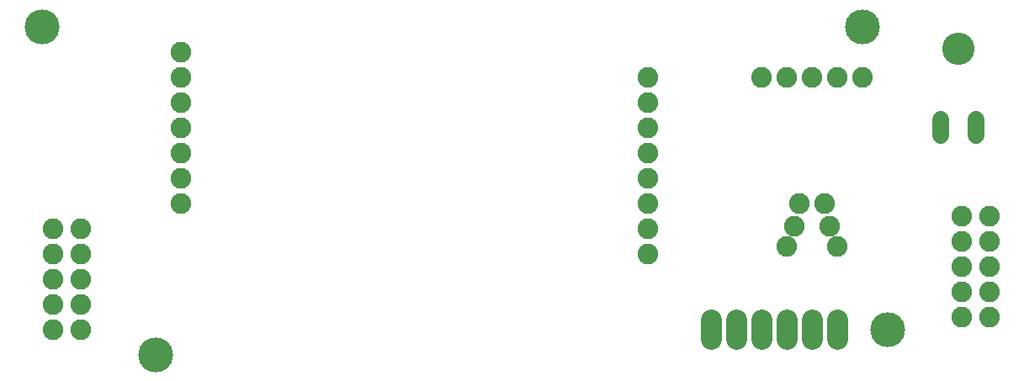
<source format=gbs>
G75*
%MOIN*%
%OFA0B0*%
%FSLAX25Y25*%
%IPPOS*%
%LPD*%
%AMOC8*
5,1,8,0,0,1.08239X$1,22.5*
%
%ADD10C,0.08200*%
%ADD11C,0.06824*%
%ADD12C,0.12808*%
%ADD13C,0.08200*%
%ADD14C,0.13800*%
D10*
X0281000Y0027300D02*
X0281000Y0034700D01*
X0291000Y0034700D02*
X0291000Y0027300D01*
X0301000Y0027300D02*
X0301000Y0034700D01*
X0311000Y0034700D02*
X0311000Y0027300D01*
X0321000Y0027300D02*
X0321000Y0034700D01*
X0331000Y0034700D02*
X0331000Y0027300D01*
D11*
X0372220Y0107988D02*
X0372220Y0114012D01*
X0386000Y0114012D02*
X0386000Y0107988D01*
D12*
X0379110Y0142142D03*
D13*
X0341000Y0131000D03*
X0331000Y0131000D03*
X0321000Y0131000D03*
X0311000Y0131000D03*
X0301000Y0131000D03*
X0256000Y0131000D03*
X0256000Y0121000D03*
X0256000Y0111000D03*
X0256000Y0101000D03*
X0256000Y0091000D03*
X0256000Y0081000D03*
X0256000Y0071000D03*
X0256000Y0061000D03*
X0311000Y0064000D03*
X0314000Y0072000D03*
X0328000Y0072000D03*
X0331000Y0064000D03*
X0326000Y0081000D03*
X0316000Y0081000D03*
X0380500Y0076000D03*
X0391500Y0076000D03*
X0391500Y0066000D03*
X0380500Y0066000D03*
X0380500Y0056000D03*
X0391500Y0056000D03*
X0391500Y0046000D03*
X0380500Y0046000D03*
X0380500Y0036000D03*
X0391500Y0036000D03*
X0071000Y0081000D03*
X0071000Y0091000D03*
X0071000Y0101000D03*
X0071000Y0111000D03*
X0071000Y0121000D03*
X0071000Y0131000D03*
X0071000Y0141000D03*
X0031500Y0071000D03*
X0020500Y0071000D03*
X0020500Y0061000D03*
X0031500Y0061000D03*
X0031500Y0051000D03*
X0020500Y0051000D03*
X0020500Y0041000D03*
X0031500Y0041000D03*
X0031500Y0031000D03*
X0020500Y0031000D03*
D14*
X0061000Y0021000D03*
X0351000Y0031000D03*
X0341000Y0151000D03*
X0016000Y0151000D03*
M02*

</source>
